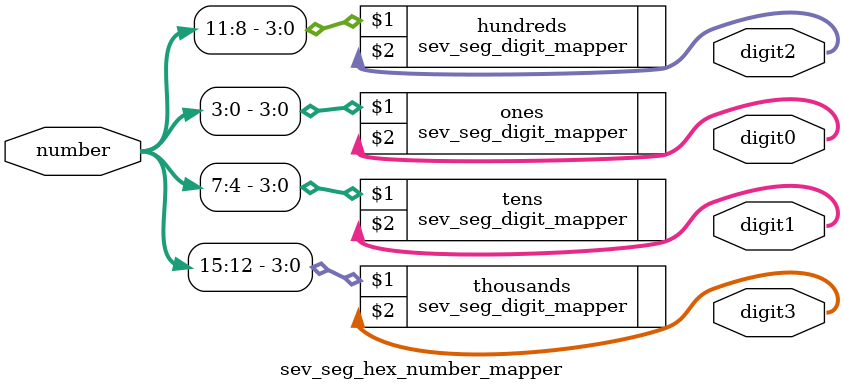
<source format=v>
module sev_seg_hex_number_mapper (
	number, 
	digit0, digit1, digit2, digit3
);
	input [15:0] number;
	
	output [6:0] digit0, digit1, digit2, digit3;

	sev_seg_digit_mapper ones (number[0 +: 4], digit0), 
						 tens (number[4 +: 4], digit1),
						 hundreds (number[8 +: 4], digit2),
						 thousands (number[12 +: 4], digit3);
endmodule
</source>
